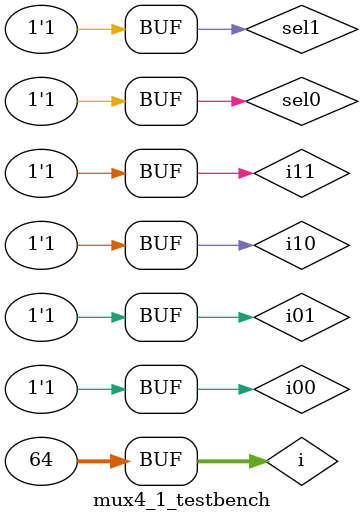
<source format=sv>
module mux4_1(out, i00, i01, i10, i11, sel0, sel1);
 output logic out;
 input logic i00, i01, i10, i11, sel0, sel1;

 logic v0, v1;

 mux2_1 m0(.out(v0), .i0(i00), .i1(i01), .sel(sel0));
 mux2_1 m1(.out(v1), .i0(i10), .i1(i11), .sel(sel0));
 mux2_1 m (.out(out), .i0(v0), .i1(v1), .sel(sel1));
endmodule

module mux4_1_testbench();
 logic i00, i01, i10, i11, sel0, sel1;
 logic out;

 mux4_1 dut (.out, .i00, .i01, .i10, .i11, .sel0, .sel1);

 integer i;
 initial begin
 for(i=0; i<64; i++) begin
 {sel1, sel0, i00, i01, i10, i11} = i; #10;
 end
 end
endmodule 
</source>
